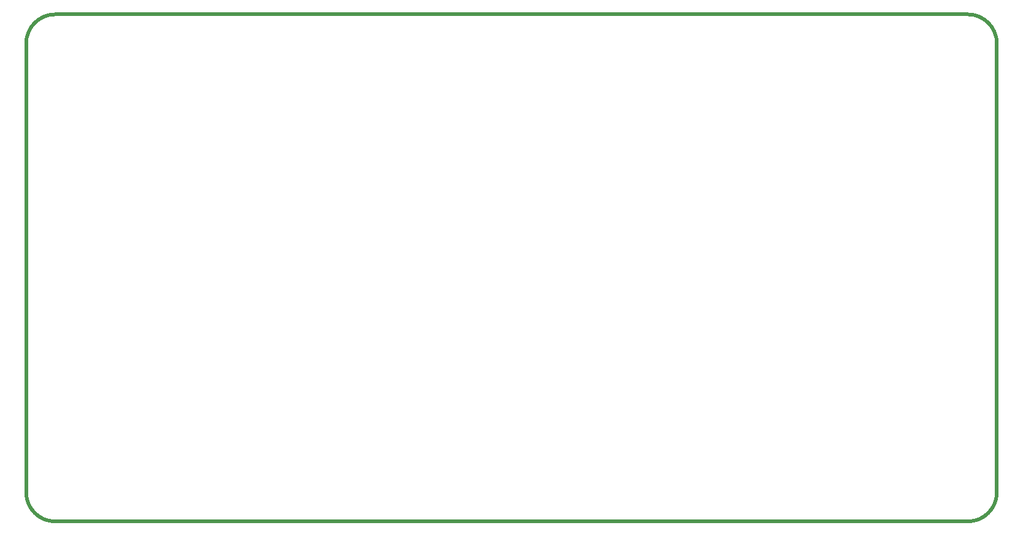
<source format=gbr>
%TF.GenerationSoftware,Altium Limited,Altium Designer,21.4.1 (30)*%
G04 Layer_Color=417716*
%FSLAX45Y45*%
%MOMM*%
%TF.SameCoordinates,B516314B-6D7E-4A12-AF4E-A3036E98B02D*%
%TF.FilePolarity,Positive*%
%TF.FileFunction,Other,Top_Board_Outline*%
%TF.Part,Single*%
G01*
G75*
%TA.AperFunction,NonConductor*%
%ADD51C,0.50000*%
D51*
X0Y400000D02*
G03*
X400000Y0I400000J0D01*
G01*
X13000000D02*
G03*
X13400000Y400000I0J400000D01*
G01*
Y6600000D02*
G03*
X13000000Y7000000I-400000J0D01*
G01*
X400000D02*
G03*
X0Y6600000I0J-400000D01*
G01*
X400000Y0D02*
X13000000D01*
X13400000Y400000D02*
Y6600000D01*
X400000Y7000000D02*
X13000000D01*
X0Y400000D02*
Y6600000D01*
%TF.MD5,fbd8faf9dbc904be4befc246b1cda87c*%
M02*

</source>
